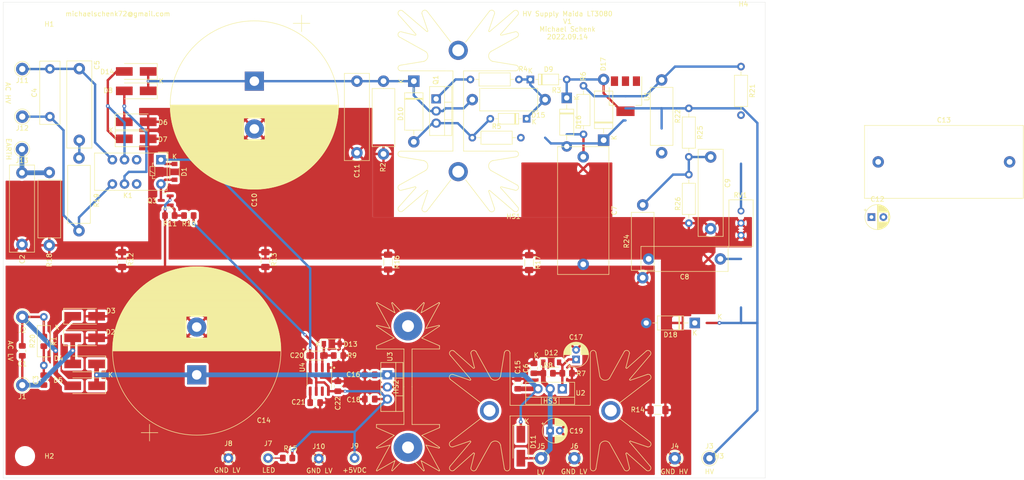
<source format=kicad_pcb>
(kicad_pcb (version 20211014) (generator pcbnew)
  (layers (0 "F.Cu" signal) (31 "B.Cu" signal) (34 "B.Paste" user) (35 "F.Paste" user) (36 "B.SilkS" user "B.Silkscreen") (37 "F.SilkS" user "F.Silkscreen") (38 "B.Mask" user) (39 "F.Mask" user) (44 "Edge.Cuts" user))
  (net 0 "")
  (net 1 "Net-(C1-Pad2)")
  (net 2 "GND_HV")
  (net 3 "Net-(C2-Pad1)")
  (net 4 "Net-(C3-Pad2)")
  (net 5 "Net-(R5-Pad2)")
  (net 6 "GND_LV")
  (net 7 "Net-(C4-Pad1)")
  (net 8 "Net-(C14-Pad1)")
  (net 9 "Net-(C17-Pad1)")
  (net 10 "Net-(C19-Pad1)")
  (net 11 "Net-(C20-Pad2)")
  (net 12 "Net-(D14-Pad2)")
  (net 13 "Net-(Q3-Pad1)")
  (net 14 "Net-(R10-Pad2)")
  (net 15 "Net-(J7-Pad1)")
  (net 16 "Net-(C21-Pad1)")
  (net 18 "Net-(C1-Pad1)")
  (net 19 "Net-(C4-Pad2)")
  (net 20 "Net-(C5-Pad1)")
  (net 21 "+5VDC")
  (net 22 "RELCTRL")
  (net 23 "Net-(D6-Pad1)")
  (net 25 "Net-(C9-Pad2)")
  (net 26 "Net-(D15-Pad1)")
  (net 27 "Net-(D10-Pad2)")
  (net 29 "Net-(Q1-Pad1)")
  (net 30 "Net-(C12-Pad2)")
  (net 31 "Net-(D10-Pad1)")
  (net 32 "Net-(C12-Pad1)")
  (net 33 "Net-(D18-Pad1)")
  (footprint "Capacitor_THT:CP_Radial_D35.0mm_P10.00mm_SnapIn" (layer "F.Cu") (at 102.87 69.342 -90)
    (fp_text reference "C10")
    (fp_text value "680uF/450VDC")
  )
  (footprint "Capacitor_THT:C_Rect_L18.0mm_W5.0mm_P15.00mm_FKS3_FKP3" (layer "F.Cu") (at 124.333 69.342 -90)
    (fp_text reference "C11")
    (fp_text value "100nF/630V")
  )
  (footprint "MountingHole:MountingHole_3.2mm_M3" (layer "F.Cu") (at 54.864 57.404)
    (fp_text reference "H1")
    (fp_text value "MountingHole")
  )
  (footprint "MountingHole:MountingHole_3.2mm_M3" (layer "F.Cu") (at 54.864 147.828)
    (fp_text reference "H2")
    (fp_text value "MountingHole")
  )
  (footprint "MountingHole:MountingHole_3.2mm_M3" (layer "F.Cu") (at 205.232 147.828)
    (fp_text reference "H3")
    (fp_text value "MountingHole")
  )
  (footprint "Connector_Pin:Pin_D1.3mm_L11.0mm" (layer "F.Cu") (at 198.12 148.2725)
    (fp_text reference "J3")
    (fp_text value "HV")
  )
  (footprint "Capacitor_THT:CP_Radial_D5.0mm_P2.00mm" (layer "F.Cu") (at 164.7825 142.494)
    (fp_text reference "C19")
    (fp_text value "1uF/25V")
  )
  (footprint "Capacitor_Tantalum_SMD:CP_EIA-3216-12_Kemet-S_Pad1.58x1.35mm_HandSolder" (layer "F.Cu") (at 115.9867 126.7714)
    (fp_text reference "C20")
    (fp_text value "15uF/10V")
  )
  (footprint "Diode_SMD:D_SOD-123" (layer "F.Cu") (at 119.0752 124.3076)
    (fp_text reference "D13")
    (fp_text value "1N4148W")
  )
  (footprint "Heatsink:Heatsink_Fischer_SK129-STS_42x25mm_2xDrill2.5mm" (layer "F.Cu") (at 164.7825 138.303)
    (fp_text reference "HS3")
    (fp_text value "Heatsink")
  )
  (footprint "Connector_Pin:Pin_D1.3mm_L11.0mm" (layer "F.Cu") (at 162.8775 148.2725)
    (fp_text reference "J5")
    (fp_text value "LV")
  )
  (footprint "Connector_Pin:Pin_D1.3mm_L11.0mm" (layer "F.Cu") (at 169.8498 148.2725)
    (fp_text reference "J6")
    (fp_text value "GND_LV")
  )
  (footprint "Package_TO_SOT_SMD:SOT-23" (layer "F.Cu") (at 84.312 94.2975 180)
    (fp_text reference "Q3")
    (fp_text value "MMBT3904")
  )
  (footprint "Resistor_SMD:R_0805_2012Metric_Pad1.20x1.40mm_HandSolder" (layer "F.Cu") (at 120.4816 126.7714)
    (fp_text reference "R9")
    (fp_text value "1Meg")
  )
  (footprint "Resistor_SMD:R_0805_2012Metric_Pad1.20x1.40mm_HandSolder" (layer "F.Cu") (at 89.154 97.4725)
    (fp_text reference "R10")
    (fp_text value "2.49k")
  )
  (footprint "Resistor_SMD:R_0805_2012Metric_Pad1.20x1.40mm_HandSolder" (layer "F.Cu") (at 85.1695 97.4725 180)
    (fp_text reference "R11")
    (fp_text value "2.49k")
  )
  (footprint "Resistor_SMD:R_1206_3216Metric_Pad1.30x1.75mm_HandSolder" (layer "F.Cu") (at 75.184 106.68 -90)
    (fp_text reference "R12")
    (fp_text value "0R")
  )
  (footprint "Resistor_SMD:R_1206_3216Metric_Pad1.30x1.75mm_HandSolder" (layer "F.Cu") (at 105.1814 106.6794 -90)
    (fp_text reference "R13")
    (fp_text value "0R")
  )
  (footprint "Resistor_SMD:R_1206_3216Metric_Pad1.30x1.75mm_HandSolder" (layer "F.Cu") (at 187.351 138.176 180)
    (fp_text reference "R14")
    (fp_text value "0R")
  )
  (footprint "Package_TO_SOT_THT:TO-220-3_Vertical" (layer "F.Cu") (at 130.7084 130.81 -90)
    (fp_text reference "U3")
    (fp_text value "LM7805_TO220")
  )
  (footprint "Package_SO:SOIC-8_3.9x4.9mm_P1.27mm" (layer "F.Cu") (at 116.459 131.764 -90)
    (fp_text reference "U4")
    (fp_text value "TLC555xD")
  )
  (footprint "Resistor_SMD:R_1206_3216Metric_Pad1.30x1.75mm_HandSolder" (layer "F.Cu") (at 130.8735 107.214 -90)
    (fp_text reference "R16")
    (fp_text value "0R")
  )
  (footprint "Resistor_SMD:R_1206_3216Metric_Pad1.30x1.75mm_HandSolder" (layer "F.Cu") (at 160.3756 107.3156 -90)
    (fp_text reference "R17")
    (fp_text value "0R")
  )
  (footprint "Connector_Pin:Pin_D1.3mm_L11.0mm" (layer "F.Cu") (at 190.881 148.2725)
    (fp_text reference "J4")
    (fp_text value "GND_HV")
  )
  (footprint "Connector_Pin:Pin_D1.0mm_L10.0mm" (layer "F.Cu") (at 105.7402 148.2344)
    (fp_text reference "J7")
    (fp_text value "LED")
  )
  (footprint "Connector_Pin:Pin_D1.0mm_L10.0mm" (layer "F.Cu") (at 97.4344 148.2344)
    (fp_text reference "J8")
    (fp_text value "GND_LV")
  )
  (footprint "Connector_Pin:Pin_D1.0mm_L10.0mm" (layer "F.Cu") (at 123.8504 148.2344)
    (fp_text reference "J9")
    (fp_text value "+5V")
  )
  (footprint "Connector_Pin:Pin_D1.0mm_L10.0mm" (layer "F.Cu") (at 116.3574 148.336)
    (fp_text reference "J10")
    (fp_text value "GND_LV")
  )
  (footprint "Resistor_SMD:R_0805_2012Metric_Pad1.20x1.40mm_HandSolder" (layer "F.Cu") (at 109.8202 148.2344)
    (fp_text reference "R15")
    (fp_text value "330R")
  )
  (footprint "Capacitor_SMD:C_0805_2012Metric_Pad1.18x1.45mm_HandSolder" (layer "F.Cu") (at 127.0293 130.81 180)
    (fp_text reference "C16")
    (fp_text value "330nF/50V")
  )
  (footprint "Capacitor_SMD:C_0805_2012Metric_Pad1.18x1.45mm_HandSolder" (layer "F.Cu") (at 127.0293 135.89 180)
    (fp_text reference "C18")
    (fp_text value "100nF/50V")
  )
  (footprint "Capacitor_SMD:C_0805_2012Metric_Pad1.18x1.45mm_HandSolder" (layer "F.Cu") (at 115.5915 136.6266)
    (fp_text reference "C21")
    (fp_text value "100nF/50V")
  )
  (footprint "Capacitor_SMD:C_0805_2012Metric_Pad1.18x1.45mm_HandSolder" (layer "F.Cu") (at 120.3452 133.2015 90)
    (fp_text reference "C22")
    (fp_text value "100nF/50V")
  )
  (footprint "MountingHole:MountingHole_3.2mm_M3" (layer "F.Cu") (at 205.232 57.404)
    (fp_text reference "H4")
    (fp_text value "MountingHole")
  )
  (footprint "Capacitor_THT:CP_Radial_D5.0mm_P2.00mm" (layer "F.Cu") (at 170.2054 127.5842 90)
    (fp_text reference "C17")
    (fp_text value "10uF/25V")
  )
  (footprint "Diode_SMD:D_SOD-123" (layer "F.Cu") (at 164.9974 128.1938)
    (fp_text reference "D12")
    (fp_text value "1N4148W")
  )
  (footprint "Diode_SMD:D_SMA_Handsoldering" (layer "F.Cu") (at 158.6484 145.7598 -90)
    (fp_text reference "D11")
    (fp_text value "1N4007")
  )
  (footprint "Package_TO_SOT_THT:TO-220-3_Vertical" (layer "F.Cu") (at 167.3225 133.731 180)
    (fp_text reference "U2")
    (fp_text value "LM317_TO-220")
  )
  (footprint "Resistor_SMD:R_0805_2012Metric_Pad1.20x1.40mm_HandSolder" (layer "F.Cu") (at 164.354 130.4798)
    (fp_text reference "R8")
    (fp_text value "240R")
  )
  (footprint "Resistor_SMD:R_0805_2012Metric_Pad1.20x1.40mm_HandSolder" (layer "F.Cu") (at 168.3352 130.4798)
    (fp_text reference "R7")
    (fp_text value "976R")
  )
  (footprint "Capacitor_SMD:C_0805_2012Metric_Pad1.18x1.45mm_HandSolder" (layer "F.Cu") (at 158.0134 132.6935 90)
    (fp_text reference "C15")
    (fp_text value "100nF/50V")
  )
  (footprint "Package_TO_SOT_THT:TO-220-3_Vertical" (layer "F.Cu") (at 140.9192 73.0504 -90)
    (fp_text reference "Q1")
    (fp_text value "FQPF2N70")
  )
  (footprint "Capacitor_THT:CP_Radial_D35.0mm_P10.00mm_SnapIn" (layer "F.Cu") (at 90.805 130.81 90)
    (fp_text reference "C14")
    (fp_text value "22000uF/25VDC")
  )
  (footprint "Capacitor_SMD:C_0805_2012Metric_Pad1.18x1.45mm_HandSolder" (layer "F.Cu") (at 54.2925 125.7935 90)
    (fp_text reference "C1")
    (fp_text value "Cx/10nF/50V")
  )
  (footprint "Capacitor_THT:C_Rect_L18.0mm_W5.0mm_P15.00mm_FKS3_FKP3" (layer "F.Cu") (at 54.229 88.519 -90)
    (fp_text reference "C2")
    (fp_text value "2.2nF 2kV")
  )
  (footprint "Capacitor_SMD:C_0805_2012Metric_Pad1.18x1.45mm_HandSolder" (layer "F.Cu") (at 58.801 131.911 90)
    (fp_text reference "C3")
    (fp_text value "Cs/50V")
  )
  (footprint "Capacitor_THT:C_Rect_L13.0mm_W4.0mm_P10.00mm_FKS3_FKP3_MKS4" (layer "F.Cu") (at 60.071 76.7715 90)
    (fp_text reference "C4")
    (fp_text value "Cx/10nF/630V")
  )
  (footprint "Capacitor_THT:C_Rect_L18.0mm_W5.0mm_P15.00mm_FKS3_FKP3" (layer "F.Cu") (at 66.2305 81.7245 90)
    (fp_text reference "C5")
    (fp_text value "Cs/630V")
  )
  (footprint "Capacitor_SMD:C_0805_2012Metric_Pad1.18x1.45mm_HandSolder" (layer "F.Cu") (at 161.3916 129.4423 90)
    (fp_text reference "C6")
    (fp_text value "100nF/50V")
  )
  (footprint "Diode_SMD:D_SOD-123" (layer "F.Cu") (at 86.1695 88.3275 -90)
    (fp_text reference "D1")
    (fp_text value "1N4148W")
  )
  (footprint "Diode_SMD:D_SMA_Handsoldering" (layer "F.Cu") (at 67.35 123.063)
    (fp_text reference "D2")
    (fp_text value "BYG22B-E3")
  )
  (footprint "Diode_SMD:D_SMA_Handsoldering" (layer "F.Cu") (at 67.35 118.5545)
    (fp_text reference "D3")
    (fp_text value "BYG22B-E3")
  )
  (footprint "Diode_SMD:D_SMA_Handsoldering" (layer "F.Cu") (at 67.35 128.524 180)
    (fp_text reference "D4")
    (fp_text value "BYG22B-E3")
  )
  (footprint "Diode_SMD:D_SMA_Handsoldering" (layer "F.Cu") (at 67.35 133.096 180)
    (fp_text reference "D5")
    (fp_text value "BYG22B-E3")
  )
  (footprint "Diode_SMD:D_SMA_Handsoldering" (layer "F.Cu") (at 78.145 77.851)
    (fp_text reference "D6")
    (fp_text value "BYG20J")
  )
  (footprint "Diode_SMD:D_SMA_Handsoldering" (layer "F.Cu") (at 78.145 81.407)
    (fp_text reference "D7")
    (fp_text value "BYG20J")
  )
  (footprint "Diode_SMD:D_SMA_Handsoldering" (layer "F.Cu") (at 78.145 71.374 180)
    (fp_text reference "D8")
    (fp_text value "BYG20J")
  )
  (footprint "Diode_SMD:D_SMA_Handsoldering" (layer "F.Cu") (at 78.145 67.31 180)
    (fp_text reference "D14")
    (fp_text value "BYG20J")
  )
  (footprint "Heatsink:Heatsink_Fischer_SK129-STS_42x25mm_2xDrill2.5mm" (layer "F.Cu") (at 145.542 75.5904 -90)
    (fp_text reference "HS1")
    (fp_text value "Heatsink")
  )
  (footprint "Connector_Pin:Pin_D1.3mm_L11.0mm" (layer "F.Cu") (at 54.2925 132.969)
    (fp_text reference "J1")
    (fp_text value "AC-LV")
  )
  (footprint "Connector_Pin:Pin_D1.3mm_L11.0mm" (layer "F.Cu") (at 54.2925 118.6815)
    (fp_text reference "J2")
    (fp_text value "AC-LV")
  )
  (footprint "Connector_Pin:Pin_D1.3mm_L11.0mm" (layer "F.Cu") (at 54.2925 66.802)
    (fp_text reference "J11")
    (fp_text value "AC-HV")
  )
  (footprint "Connector_Pin:Pin_D1.3mm_L11.0mm" (layer "F.Cu") (at 54.2925 76.7715)
    (fp_text reference "J12")
    (fp_text value "AC-HV")
  )
  (footprint "Connector_Pin:Pin_D1.3mm_L11.0mm" (layer "F.Cu") (at 54.229 83.566)
    (fp_text reference "J13")
    (fp_text value "EARTH")
  )
  (footprint "Relay_THT:Relay_DPDT_Omron_G6S-2" (layer "F.Cu") (at 83.312 85.7885 -90)
    (fp_text reference "K1")
    (fp_text value "G6S-2 DC5")
  )
  (footprint "Resistor_SMD:R_0805_2012Metric_Pad1.20x1.40mm_HandSolder" (layer "F.Cu") (at 58.801 123.809 90)
    (fp_text reference "R1")
    (fp_text value "Rs/1/8W")
  )
  (footprint "Resistor_THT:R_Axial_DIN0414_L11.9mm_D4.5mm_P15.24mm_Horizontal" (layer "F.Cu") (at 59.944 88.4555 -90)
    (fp_text reference "R18")
    (fp_text value "100R/2W")
  )
  (footprint "Resistor_THT:R_Axial_DIN0414_L11.9mm_D4.5mm_P15.24mm_Horizontal" (layer "F.Cu") (at 66.167 85.4075 -90)
    (fp_text reference "R19")
    (fp_text value "Rs/2W")
  )
  (footprint "Resistor_THT:R_Axial_DIN0207_L6.3mm_D2.5mm_P10.16mm_Horizontal" (layer "F.Cu") (at 58.801 128.8415 90)
    (fp_text reference "R20")
    (fp_text value "Rs/0.6W")
  )
  (footprint "Resistor_THT:R_Axial_DIN0207_L6.3mm_D2.5mm_P10.16mm_Horizontal" (layer "F.Cu") (at 204.724 66.294 -90)
    (fp_text reference "R21")
    (fp_text value "1k/0.6W")
  )
  (footprint "Resistor_THT:R_Axial_DIN0414_L11.9mm_D4.5mm_P15.24mm_Horizontal" (layer "F.Cu") (at 188.1124 69.088 -90)
    (fp_text reference "R22")
    (fp_text value "100k/2W")
  )
  (footprint "Package_TO_SOT_SMD:SOT-223" (layer "F.Cu") (at 180.5432 72.4916 -90)
    (fp_text reference "U1")
    (fp_text value "LT3080xST")
  )
  (footprint "Heatsink:Heatsink_Fischer_SK104-STC-STIC_35x13mm_2xDrill2.5mm" (layer "F.Cu") (at 135.0264 133.2992 90)
    (fp_text reference "HS2")
    (fp_text value "Heatsink")
  )
  (footprint "Diode_THT:D_DO-41_SOD81_P10.16mm_Horizontal" (layer "F.Cu") (at 195.0485 119.9515 180)
    (fp_text reference "D18")
    (fp_text value "1N4007")
  )
  (footprint "Resistor_THT:R_Axial_DIN0414_L11.9mm_D4.5mm_P15.24mm_Horizontal" (layer "F.Cu") (at 129.8956 69.342 -90)
    (fp_text reference "R2")
    (fp_text value "200k/2W")
  )
  (footprint "Capacitor_THT:CP_Radial_D5.0mm_P2.50mm" (layer "F.Cu") (at 232.029 97.79)
    (fp_text reference "C12")
    (fp_text value "2.2uF")
  )
  (footprint "Capacitor_THT:C_Rect_L18.0mm_W5.0mm_P15.00mm_FKS3_FKP3" (layer "F.Cu") (at 198.374 100.217 90)
    (fp_text reference "C9")
    (fp_text value "100nF/630V")
  )
  (footprint "Diode_THT:D_DO-41_SOD81_P10.16mm_Horizontal" (layer "F.Cu") (at 168.2496 72.8472 -90)
    (fp_text reference "D16")
    (fp_text value "1N4007")
  )
  (footprint "Capacitor_THT:C_Rect_L33.0mm_W15.0mm_P27.50mm_MKS4" (layer "F.Cu") (at 233.439225 86.24)
    (fp_text reference "C13")
    (fp_text value "2.2uF/630V")
  )
  (footprint "Resistor_THT:R_Axial_DIN0414_L11.9mm_D4.5mm_P15.24mm_Horizontal" (layer "F.Cu") (at 148.4884 73.2028)
    (fp_text reference "R3")
    (fp_text value "100k/2W")
  )
  (footprint "Resistor_THT:R_Axial_DIN0207_L6.3mm_D2.5mm_P10.16mm_Horizontal" (layer "F.Cu") (at 148.4884 81.1784)
    (fp_text reference "R5")
    (fp_text value "20R/0.6W")
  )
  (footprint "Potentiometer_THT:Potentiometer_Bourns_3296W_Vertical" (layer "F.Cu") (at 204.724 96.52 90)
    (fp_text reference "RV1")
    (fp_text value "500k")
  )
  (footprint "Resistor_THT:R_Axial_DIN0207_L6.3mm_D2.5mm_P10.16mm_Horizontal" (layer "F.Cu") (at 148.082 68.9864)
    (fp_text reference "R4")
    (fp_text value "1k/0.6W")
  )
  (footprint "Capacitor_THT:C_Rect_L18.0mm_W5.0mm_P15.00mm_FKS3_FKP3" (layer "F.Cu") (at 200.406 106.553 180)
    (fp_text reference "C8")
    (fp_text value "100nF/630V")
  )
  (footprint "Diode_THT:D_DO-35_SOD27_P7.62mm_Horizontal" (layer "F.Cu") (at 159.8676 77.216 180)
    (fp_text reference "D15")
    (fp_text value "1N5235BTR/0.5W")
  )
  (footprint "Diode_THT:D_DO-15_P12.70mm_Horizontal" (layer "F.Cu") (at 175.9712 81.6864 90)
    (fp_text reference "D17")
    (fp_text value "P6KE39A")
  )
  (footprint "Diode_THT:D_DO-35_SOD27_P7.62mm_Horizontal" (layer "F.Cu") (at 160.6296 68.9864)
    (fp_text reference "D9")
    (fp_text value "1N5235BTR/6.8V/0.5W")
  )
  (footprint "Resistor_THT:R_Axial_DIN0207_L6.3mm_D2.5mm_P10.16mm_Horizontal" (layer "F.Cu") (at 193.802 88.9 -90)
    (fp_text reference "R26")
    (fp_text value "100k/0.6W")
  )
  (footprint "Diode_THT:D_DO-15_P12.70mm_Horizontal" (layer "F.Cu") (at 136.2456 69.342 -90)
    (fp_text reference "D10")
    (fp_text value "P6KE530A")
  )
  (footprint "Resistor_THT:R_Axial_DIN0207_L6.3mm_D2.5mm_P10.16mm_Horizontal" (layer "F.Cu") (at 171.7548 80.4672 90)
    (fp_text reference "R6")
    (fp_text value "100k/0.6W")
  )
  (footprint "Capacitor_THT:C_Rect_L26.5mm_W10.5mm_P22.50mm_MKS4" (layer "F.Cu") (at 171.704 85.177621 -90)
    (fp_text reference "C7")
    (fp_text value "1uF/630V")
  )
  (footprint "Resistor_THT:R_Axial_DIN0414_L11.9mm_D4.5mm_P15.24mm_Horizontal" (layer "F.Cu") (at 184.15 110.49 90)
    (fp_text reference "R24")
    (fp_text value "100R/2W")
  )
  (footprint "Resistor_THT:R_Axial_DIN0207_L6.3mm_D2.5mm_P10.16mm_Horizontal" (layer "F.Cu") (at 193.802 75.0316 -90)
    (fp_text reference "R25")
    (fp_text value "300k/0.6W")
  )
  (gr_line (start 50.292 52.832) (end 50.292 152.4) (layer "Edge.Cuts") (width 0.05))
  (gr_line (start 209.804 52.832) (end 50.292 52.832) (layer "Edge.Cuts") (width 0.05))
  (gr_line (start 50.292 152.4) (end 209.804 152.4) (layer "Edge.Cuts") (width 0.05))
  (gr_line (start 209.804 152.4) (end 209.804 52.832) (layer "Edge.Cuts") (width 0.05))
  (gr_text "HV" (at 198.12 151.0665) (layer "F.SilkS") (effects (font (size 1 1))))
  (gr_text "LV" (at 162.814 151.1935) (layer "F.SilkS") (effects (font (size 1 1))))
  (gr_text "GND LV" (at 116.4844 150.876) (layer "F.SilkS") (effects (font (size 1 1))))
  (gr_text "GND LV" (at 97.1804 150.7744) (layer "F.SilkS") (effects (font (size 1 1))))
  (gr_text "+5VDC" (at 123.8504 150.7744) (layer "F.SilkS") (effects (font (size 1 1))))
  (gr_text "LED" (at 105.8672 150.7744) (layer "F.SilkS") (effects (font (size 1 1))))
  (gr_text "AC LV" (at 51.816 125.7935 270) (layer "F.SilkS") (effects (font (size 1 1))))
  (gr_text "AC HV" (at 51.308 71.8185 270) (layer "F.SilkS") (effects (font (size 1 1))))
  (gr_text "EARTH" (at 51.435 83.566 -90) (layer "F.SilkS") (effects (font (size 1 1))))
  (gr_text "GND HV" (at 190.754 151.0665) (layer "F.SilkS") (effects (font (size 1 1))))
  (gr_text "K" (at 72.898 79.629) (layer "F.SilkS") (effects (font (size 1 1))))
  (gr_text "K" (at 61.595 120.904) (layer "F.SilkS") (effects (font (size 1 1))))
  (gr_text "K" (at 72.771 130.81) (layer "F.SilkS") (effects (font (size 1 1))))
  (gr_text "K" (at 116.1415 124.333) (layer "F.SilkS") (effects (font (size 1 1))))
  (gr_text "K" (at 159.893 140.5255) (layer "F.SilkS") (effects (font (size 1 1))))
  (gr_text "K" (at 161.8615 126.6825) (layer "F.SilkS") (effects (font (size 1 1))))
  (gr_text "K" (at 200.279 118.6815) (layer "F.SilkS") (effects (font (size 1 1))))
  (gr_text "GND LV" (at 169.799 151.0665) (layer "F.SilkS") (effects (font (size 1 1))))
  (gr_text "K" (at 86.1695 85.1535) (layer "F.SilkS") (effects (font (size 1 1))))
  (gr_text "°" (at 113.157 125.857) (layer "F.SilkS") (effects (font (size 1 1))))
  (gr_text "K" (at 83.3755 69.342) (layer "F.SilkS") (effects (font (size 1 1))))
  (gr_text "°" (at 119.5705 129.7305) (layer "F.SilkS") (effects (font (size 1 1))))
  (gr_text "HV Supply Maida LT3080\nV1\nMichael Schenk\n2022.09.14\n" (at 168.402 57.658) (layer "F.SilkS") (effects (font (size 1 1))))
  (gr_text "michaelschenk72@gmail.com" (at 74.295 55.245) (layer "F.SilkS") (effects (font (size 1 1))))
  (segment (start 61.2775 125.73) (end 61.2775 122.127) (width 1) (layer "F.Cu") (net 1))
  (segment (start 58.801 118.6815) (end 54.2925 118.6815) (width 0.5) (layer "F.Cu") (net 1))
  (segment (start 61.2775 130.4925) (end 61.2775 125.73) (width 1) (layer "F.Cu") (net 1))
  (segment (start 64.85 133.096) (end 63.881 133.096) (width 1) (layer "F.Cu") (net 1))
  (segment (start 63.881 133.096) (end 61.2775 130.4925) (width 1) (layer "F.Cu") (net 1))
  (segment (start 61.2775 122.127) (end 64.85 118.5545) (width 1) (layer "F.Cu") (net 1))
  (segment (start 54.2925 124.756) (end 54.2925 118.6815) (width 0.5) (layer "F.Cu") (net 1))
  (segment (start 58.801 122.809) (end 58.801 118.6815) (width 0.5) (layer "F.Cu") (net 1))
  (via (at 61.2775 125.73) (size 1) (drill 0.5) (layers "F.Cu" "B.Cu") (net 1))
  (segment (start 54.2925 118.6815) (end 54.2925 118.745) (width 1) (layer "B.Cu") (net 1))
  (segment (start 54.2925 118.745) (end 61.2775 125.73) (width 1) (layer "B.Cu") (net 1))
  (segment (start 59.8805 88.519) (end 59.944 88.4555) (width 1) (layer "B.Cu") (net 3))
  (segment (start 54.229 88.519) (end 59.8805 88.519) (width 1) (layer "B.Cu") (net 3))
  (segment (start 54.229 83.566) (end 54.229 88.519) (width 1) (layer "B.Cu") (net 3))
  (segment (start 58.801 128.8415) (end 58.801 124.809) (width 0.5) (layer "F.Cu") (net 4))
  (segment (start 58.801 130.8735) (end 58.801 128.8415) (width 0.5) (layer "F.Cu") (net 4))
  (segment (start 175.9712 81.6864) (end 180.086 77.5716) (width 0.5) (layer "B.Cu") (net 5))
  (segment (start 180.086 77.5716) (end 180.5432 77.5716) (width 0.5) (layer "B.Cu") (net 5))
  (segment (start 164.9284 82.3784) (end 175.2792 82.3784) (width 0.5) (layer "B.Cu") (net 5))
  (segment (start 163.7284 81.1784) (end 164.9284 82.3784) (width 0.5) (layer "B.Cu") (net 5))
  (segment (start 175.2792 82.3784) (end 175.9712 81.6864) (width 0.5) (layer "B.Cu") (net 5))
  (segment (start 84.1695 96.1705) (end 84.201 96.139) (width 0.5) (layer "F.Cu") (net 6))
  (segment (start 84.1695 97.4725) (end 84.1695 110.395) (width 0.5) (layer "F.Cu") (net 6))
  (segment (start 85.217 94.234) (end 85.217 93.38) (width 0.5) (layer "F.Cu") (net 6))
  (segment (start 84.1695 110.522) (end 84.1695 110.395) (width 0.25) (layer "F.Cu") (net 6))
  (segment (start 84.1695 97.4725) (end 84.1695 96.1705) (width 0.5) (layer "F.Cu") (net 6))
  (segment (start 85.217 93.38) (end 85.2495 93.3475) (width 0.5) (layer "F.Cu") (net 6))
  (segment (start 84.411999 97.230001) (end 84.1695 97.4725) (width 0.5) (layer "F.Cu") (net 6))
  (via (at 84.201 96.139) (size 0.6) (drill 0.3) (layers "F.Cu" "B.Cu") (net 6))
  (via (at 85.217 94.234) (size 0.6) (drill 0.3) (layers "F.Cu" "B.Cu") (net 6))
  (segment (start 84.201 96.139) (end 84.201 95.25) (width 0.5) (layer "B.Cu") (net 6))
  (segment (start 84.201 95.25) (end 85.217 94.234) (width 0.5) (layer "B.Cu") (net 6))
  (segment (start 62.9285 79.629) (end 62.9285 97.409) (width 0.5) (layer "B.Cu") (net 7))
  (segment (start 62.9285 97.409) (end 66.167 100.6475) (width 0.5) (layer "B.Cu") (net 7))
  (segment (start 66.167 97.8535) (end 73.152 90.8685) (width 0.5) (layer "B.Cu") (net 7))
  (segment (start 54.2925 76.7715) (end 60.071 76.7715) (width 0.5) (layer "B.Cu") (net 7))
  (segment (start 60.071 76.7715) (end 62.9285 79.629) (width 0.5) (layer "B.Cu") (net 7))
  (segment (start 66.167 100.6475) (end 66.167 97.8535) (width 0.5) (layer "B.Cu") (net 7))
  (segment (start 158.6484 143.2598) (end 158.6484 140.6398) (width 0.5) (layer "F.Cu") (net 8))
  (segment (start 69.85 133.096) (end 69.85 130.81) (width 1) (layer "F.Cu") (net 8))
  (segment (start 162.2425 133.731) (end 158.0134 133.731) (width 1) (layer "F.Cu") (net 8))
  (segment (start 158.6484 140.6398) (end 158.623 140.6144) (width 0.5) (layer "F.Cu") (net 8))
  (segment (start 130.7084 130.81) (end 128.0668 130.81) (width 0.5) (layer "F.Cu") (net 8))
  (segment (start 69.85 130.81) (end 69.85 128.524) (width 1) (layer "F.Cu") (net 8))
  (via (at 69.85 130.81) (size 1) (drill 0.5) (layers "F.Cu" "B.Cu") (net 8))
  (via (at 158.623 140.6144) (size 0.8) (drill 0.4) (layers "F.Cu" "B.Cu") (net 8))
  (segment (start 130.7084 130.81) (end 90.805 130.81) (width 1) (layer "B.Cu") (net 8))
  (segment (start 130.7084 130.81) (end 159.3215 130.81) (width 1) (layer "B.Cu") (net 8))
  (segment (start 158.623 140.6144) (end 158.623 137.3505) (width 0.5) (layer "B.Cu") (net 8))
  (segment (start 158.623 137.3505) (end 162.2425 133.731) (width 0.5) (layer "B.Cu") (net 8))
  (segment (start 90.805 130.81) (end 69.85 130.81) (width 1) (layer "B.Cu") (net 8))
  (segment (start 159.3215 130.81) (end 162.2425 133.731) (width 1) (layer "B.Cu") (net 8))
  (segment (start 167.3352 130.4798) (end 165.354 130.4798) (width 0.5) (layer "F.Cu") (net 9))
  (segment (start 167.3352 130.4798) (end 167.3352 128.8816) (width 0.5) (layer "F.Cu") (net 9))
  (segment (start 170.2054 127.5842) (end 168.6326 127.5842) (width 0.5) (layer "F.Cu") (net 9))
  (segment (start 167.3225 130.4925) (end 167.3352 130.4798) (width 0.5) (layer "F.Cu") (net 9))
  (segment (start 167.3352 128.8816) (end 166.6474 128.1938) (width 0.5) (layer "F.Cu") (net 9))
  (segment (start 168.6326 127.5842) (end 167.3352 128.8816) (width 0.5) (layer "F.Cu") (net 9))
  (segment (start 167.3225 133.731) (end 167.3225 130.4925) (width 0.5) (layer "F.Cu") (net 9))
  (segment (start 163.354 128.2004) (end 163.3474 128.1938) (width 0.25) (layer "F.Cu") (net 10))
  (segment (start 162.8775 148.2725) (end 158.6611 148.2725) (width 0.5) (layer "F.Cu") (net 10))
  (segment (start 163.354 130.4798) (end 163.354 132.3025) (width 1) (layer "F.Cu") (net 10))
  (segment (start 163.354 130.4798) (end 163.354 128.2004) (width 0.5) (layer "F.Cu") (net 10))
  (segment (start 163.354 130.4798) (end 161.3916 130.4798) (width 1) (layer "F.Cu") (net 10))
  (segment (start 158.6611 148.2725) (end 158.6484 148.2598) (width 0.5) (layer "F.Cu") (net 10))
  (segment (start 163.354 132.3025) (end 164.7825 133.731) (width 1) (layer "F.Cu") (net 10))
  (segment (start 164.7825 146.3675) (end 162.8775 148.2725) (width 1) (layer "B.Cu") (net 10))
  (segment (start 164.7825 142.494) (end 164.7825 146.3675) (width 1) (layer "B.Cu") (net 10))
  (segment (start 164.7825 133.731) (end 164.7825 142.494) (width 1) (layer "B.Cu") (net 10))
  (segment (start 117.094 127.1016) (end 117.4242 126.7714) (width 0.5) (layer "F.Cu") (net 11))
  (segment (start 117.094 129.289) (end 117.094 127.1016) (width 0.5) (layer "F.Cu") (net 11))
  (segment (start 117.4242 124.3086) (end 117.4252 124.3076) (width 0.5) (layer "F.Cu") (net 11))
  (segment (start 119.4816 126.7714) (end 117.4242 126.7714) (width 0.5) (layer "F.Cu") (net 11))
  (segment (start 117.4242 126.7714) (end 117.4242 124.3086) (width 0.5) (layer "F.Cu") (net 11))
  (segment (start 74.041 67.31) (end 75.645 67.31) (width 0.5) (layer "F.Cu") (net 12))
  (segment (start 73.914 81.407) (end 72.1995 79.6925) (width 0.5) (layer "F.Cu") (net 12))
  (segment (start 72.1995 74.549) (end 72.1995 69.1515) (width 0.5) (layer "F.Cu") (net 12))
  (segment (start 75.645 81.407) (end 73.914 81.407) (width 0.5) (layer "F.Cu") (net 12))
  (segment (start 72.1995 79.6925) (end 72.1995 74.549) (width 0.5) (layer "F.Cu") (net 12))
  (segment (start 72.1995 69.1515) (end 74.041 67.31) (width 0.5) (layer "F.Cu") (net 12))
  (via (at 72.1995 74.549) (size 0.8) (drill 0.4) (layers "F.Cu" "B.Cu") (net 12))
  (segment (start 75.692 78.0415) (end 72.1995 74.549) (width 0.5) (layer "B.Cu") (net 12))
  (segment (start 75.692 85.7885) (end 75.692 78.0415) (width 0.5) (layer "B.Cu") (net 12))
  (segment (start 86.1695 96.1675) (end 85.2495 95.2475) (width 0.5) (layer "F.Cu") (net 13))
  (segment (start 88.154 97.4725) (end 86.1695 97.4725) (width 0.5) (layer "F.Cu") (net 13))
  (segment (start 86.1695 97.4725) (end 86.1695 96.1675) (width 0.5) (layer "F.Cu") (net 13))
  (segment (start 113.4745 122.428) (end 115.824 124.7775) (width 0.5) (layer "F.Cu") (net 14))
  (segment (start 90.154 97.4725) (end 90.154 99.1075) (width 0.5) (layer "F.Cu") (net 14))
  (segment (start 115.824 124.7775) (end 115.824 129.289) (width 0.5) (layer "F.Cu") (net 14))
  (segment (start 90.154 99.1075) (end 90.17 99.1235) (width 0.5) (layer "F.Cu") (net 14))
  (via (at 90.17 99.1235) (size 0.6) (drill 0.3) (layers "F.Cu" "B.Cu") (net 14))
  (via (at 113.4745 122.428) (size 0.6) (drill 0.3) (layers "F.Cu" "B.Cu") (net 14))
  (segment (start 90.17 99.1235) (end 113.4745 122.428) (width 0.5) (layer "B.Cu") (net 14))
  (segment (start 108.8202 148.2344) (end 105.7402 148.2344) (width 0.25) (layer "F.Cu") (net 15))
  (segment (start 114.554 136.6266) (end 114.554 134.239) (width 0.5) (layer "F.Cu") (net 16))
  (segment (start 64.85 123.063) (end 64.85 125.7465) (width 1) (layer "F.Cu") (net 18))
  (segment (start 54.2925 126.831) (end 54.2925 132.969) (width 0.5) (layer "F.Cu") (net 18))
  (segment (start 64.85 125.7465) (end 64.85 128.524) (width 1) (layer "F.Cu") (net 18))
  (segment (start 54.2925 132.969) (end 58.7805 132.969) (width 0.5) (layer "F.Cu") (net 18))
  (segment (start 58.7805 132.969) (end 58.801 132.9485) (width 0.5) (layer "F.Cu") (net 18))
  (via (at 64.85 125.7465) (size 1) (drill 0.5) (layers "F.Cu" "B.Cu") (net 18))
  (segment (start 54.2925 132.969) (end 57.6275 132.969) (width 1) (layer "B.Cu") (net 18))
  (segment (start 57.6275 132.969) (end 64.85 125.7465) (width 1) (layer "B.Cu") (net 18))
  (segment (start 54.2925 66.802) (end 60.0405 66.802) (width 0.5) (layer "B.Cu") (net 19))
  (segment (start 69.5325 70.0265) (end 66.2305 66.7245) (width 0.5) (layer "B.Cu") (net 19))
  (segment (start 60.0405 66.802) (end 60.071 66.7715) (width 0.5) (layer "B.Cu") (net 19))
  (segment (start 73.152 85.7885) (end 69.5325 82.169) (width 0.5) (layer "B.Cu") (net 19))
  (segment (start 60.071 66.7715) (end 66.1835 66.7715) (width 0.5) (layer "B.Cu") (net 19))
  (segment (start 69.5325 82.169) (end 69.5325 70.0265) (width 0.5) (layer "B.Cu") (net 19))
  (segment (start 66.1835 66.7715) (end 66.2305 66.7245) (width 0.5) (layer "B.Cu") (net 19))
  (segment (start 66.2305 85.344) (end 66.167 85.4075) (width 0.5) (layer "B.Cu") (net 20))
  (segment (start 66.2305 81.7245) (end 66.2305 85.344) (width 0.5) (layer "B.Cu") (net 20))
  (segment (start 110.8075 148.2217) (end 110.8202 148.2344) (width 0.5) (layer "F.Cu") (net 21))
  (segment (start 118.364 134.239) (end 118.364 133.264) (width 0.5) (layer "F.Cu") (net 21))
  (segment (start 114.554 130.264) (end 115.824 131.534) (width 0.5) (layer "F.Cu") (net 21))
  (segment (start 110.8075 146.685) (end 110.8075 148.2217) (width 0.5) (layer "F.Cu") (net 21))
  (segment (start 114.5492 126.7714) (end 114.5492 125.1633) (width 0.5) (layer "F.Cu") (net 21))
  (segment (start 114.554 126.7762) (end 114.5492 126.7714) (width 0.5) (layer "F.Cu") (net 21))
  (segment (start 115.824 131.534) (end 115.824 132.3975) (width 0.5) (layer "F.Cu") (net 21))
  (segment (start 115.824 132.3975) (end 115.824 134.239) (width 0.5) (layer "F.Cu") (net 21))
  (segment (start 114.554 129.289) (end 114.554 126.7762) (width 0.5) (layer "F.Cu") (net 21))
  (segment (start 114.5492 125.1633) (end 114.554 125.1585) (width 0.5) (layer "F.Cu") (net 21))
  (segment (start 118.364 133.264) (end 117.4975 132.3975) (width 0.5) (layer "F.Cu") (net 21))
  (segment (start 130.7084 135.89) (end 128.0668 135.89) (width 0.5) (layer "F.Cu") (net 21))
  (segment (start 120.3452 134.239) (end 118.364 134.239) (width 0.5) (layer "F.Cu") (net 21))
  (segment (start 114.554 129.289) (end 114.554 130.264) (width 0.5) (layer "F.Cu") (net 21))
  (segment (start 84.201 86.6775) (end 83.312 85.7885) (width 0.5) (layer "F.Cu") (net 21))
  (segment (start 117.4975 132.3975) (end 115.824 132.3975) (width 0.5) (layer "F.Cu") (net 21))
  (segment (start 86.1695 86.6775) (end 84.201 86.6775) (width 0.5) (layer "F.Cu") (net 21))
  (segment (start 120.3452 134.239) (end 121.8565 134.239) (width 0.5) (layer "F.Cu") (net 21))
  (via (at 114.554 125.1585) (size 0.6) (drill 0.3) (layers "F.Cu" "B.Cu") (net 21))
  (via (at 110.8075 146.685) (size 0.6) (drill 0.3) (layers "F.Cu" "B.Cu") (net 21))
  (via (at 121.8565 134.239) (size 0.6) (drill 0.3) (layers "F.Cu" "B.Cu") (net 21))
  (segment (start 114.554 108.5215) (end 114.554 125.1585) (width 0.5) (layer "B.Cu") (net 21))
  (segment (start 123.8504 148.2344) (end 123.8504 142.748) (width 0.5) (layer "B.Cu") (net 21))
  (segment (start 129.0574 134.239) (end 130.7084 135.89) (width 0.5) (layer "B.Cu") (net 21))
  (segment (start 114.7445 142.748) (end 110.8075 146.685) (width 0.5) (layer "B.Cu") (net 21))
  (segment (start 91.821 85.7885) (end 114.554 108.5215) (width 0.5) (layer "B.Cu") (net 21))
  (segment (start 121.8565 134.239) (end 129.0574 134.239) (width 0.5) (layer "B.Cu") (net 21))
  (segment (start 83.312 85.7885) (end 91.821 85.7885) (width 0.5) (layer "B.Cu") (net 21))
  (segment (start 123.8504 142.748) (end 114.7445 142.748) (width 0.5) (layer "B.Cu") (net 21))
  (segment (start 123.8504 142.748) (end 130.7084 135.89) (width 0.5) (layer "B.Cu") (net 21))
  (segment (start 84.203 89.9775) (end 83.312 90.8685) (width 0.5) (layer "F.Cu") (net 22))
  (segment (start 83.312 94.2975) (end 83.312 90.8685) (width 0.5) (layer "F.Cu") (net 22))
  (segment (start 86.1695 89.9775) (end 84.203 89.9775) (width 0.5) (layer "F.Cu") (net 22))
  (segment (start 75.645 74.596) (end 75.645 71.374) (width 0.5) (layer "F.Cu") (net 23))
  (segment (start 75.645 77.851) (end 75.645 74.596) (width 0.5) (layer "F.Cu") (net 23))
  (via (at 75.645 74.596) (size 0.8) (drill 0.4) (layers "F.Cu" "B.Cu") (net 23))
  (segment (start 75.692 90.8685) (end 75.692 89.2175) (width 0.5) (layer "B.Cu") (net 23))
  (segment (start 75.692 89.2175) (end 76.581 88.3285) (width 0.5) (layer "B.Cu") (net 23))
  (segment (start 80.264 88.3285) (end 80.264 80.040502) (width 0.5) (layer "B.Cu") (net 23))
  (segment (start 80.264 80.040502) (end 75.645 75.421502) (width 0.5) (layer "B.Cu") (net 23))
  (segment (start 75.645 75.421502) (end 75.645 74.596) (width 0.5) (layer "B.Cu") (net 23))
  (segment (start 76.581 88.3285) (end 80.264 88.3285) (width 0.5) (layer "B.Cu") (net 23))
  (segment (start 193.8274 85.217) (end 193.802 85.1916) (width 0.5) (layer "B.Cu") (net 25))
  (segment (start 193.802 88.9) (end 190.5 88.9) (width 0.5) (layer "B.Cu") (net 25))
  (segment (start 190.5 88.9) (end 184.15 95.25) (width 0.5) (layer "B.Cu") (net 25))
  (segment (start 198.374 85.217) (end 193.8274 85.217) (width 0.5) (layer "B.Cu") (net 25))
  (segment (start 193.802 85.1916) (end 193.802 88.9) (width 0.5) (layer "B.Cu") (net 25))
  (segment (start 160.6296 70.104) (end 160.6296 68.9864) (width 0.5) (layer "B.Cu") (net 26))
  (segment (start 159.8676 77.0636) (end 163.7284 73.2028) (width 0.5) (layer "B.Cu") (net 26))
  (segment (start 163.7284 73.2028) (end 160.6296 70.104) (width 0.5) (layer "B.Cu") (net 26))
  (segment (start 159.8676 77.216) (end 159.8676 77.0636) (width 0.5) (layer "B.Cu") (net 26))
  (segment (start 158.242 68.9864) (end 160.6296 68.9864) (width 0.5) (layer "B.Cu") (net 26))
  (segment (start 148.4884 80.9752) (end 148.4884 81.1784) (width 0.5) (layer "B.Cu") (net 27))
  (segment (start 140.1572 78.1304) (end 136.2456 82.042) (width 0.5) (layer "B.Cu") (net 27))
  (segment (start 140.9192 78.1304) (end 140.1572 78.1304) (width 0.5) (layer "B.Cu") (net 27))
  (segment (start 145.4404 78.1304) (end 148.4884 81.1784) (width 0.5) (layer "B.Cu") (net 27))
  (segment (start 152.2476 77.216) (end 148.4884 80.9752) (width 0.5) (layer "B.Cu") (net 27))
  (segment (start 140.9192 78.1304) (end 145.4404 78.1304) (width 0.5) (layer "B.Cu") (net 27))
  (segment (start 148.082 68.9864) (end 144.9832 68.9864) (width 0.5) (layer "B.Cu") (net 29))
  (segment (start 144.9832 68.9864) (end 140.9192 73.0504) (width 0.5) (layer "B.Cu") (net 29))
  (segment (start 171.7548 85.126821) (end 171.704 85.177621) (width 0.5) (layer "F.Cu") (net 30))
  (segment (start 171.7548 80.4672) (end 171.7548 85.126821) (width 0.5) (layer "F.Cu") (net 30))
  (segment (start 180.5432 72.4916) (end 173.9392 72.4916) (width 0.5) (layer "B.Cu") (net 30))
  (segment (start 184.7088 72.4916) (end 188.1124 69.088) (width 0.5) (layer "B.Cu") (net 30))
  (segment (start 204.724 96.52) (end 204.724 86.614) (width 0.5) (layer "B.Cu") (net 30))
  (segment (start 173.9392 72.4916) (end 171.7548 70.3072) (width 0.5) (layer "B.Cu") (net 30))
  (segment (start 168.2496 80.4672) (end 171.7548 80.4672) (width 0.5) (layer "B.Cu") (net 30))
  (segment (start 204.724 66.294) (end 190.9064 66.294) (width 0.5) (layer "B.Cu") (net 30))
  (segment (start 180.5432 72.4916) (end 184.7088 72.4916) (width 0.5) (layer "B.Cu") (net 30))
  (segment (start 204.724 106.553) (end 200.406 106.553) (width 0.5) (layer "B.Cu") (net 30))
  (segment (start 190.9064 66.294) (end 188.1124 69.088) (width 0.5) (layer "B.Cu") (net 30))
  (segment (start 80.645 67.31) (end 80.645 71.374) (width 0.5) (layer "F.Cu") (net 31))
  (via (at 80.645 69.342) (size 0.6) (drill 0.3) (layers "F.Cu" "B.Cu") (net 31))
  (segment (start 142.875618 75.038982) (end 146.652218 75.038982) (width 0.5) (layer "B.Cu") (net 31))
  (segment (start 102.87 69.342) (end 80.645 69.342) (width 0.5) (layer "B.Cu") (net 31))
  (segment (start 142.3242 75.5904) (end 142.875618 75.038982) (width 0.5) (layer "B.Cu") (net 31))
  (segment (start 136.2456 72.3218) (end 136.2456 69.342) (width 0.5) (layer "B.Cu") (net 31))
  (segment (start 102.87 69.342) (end 124.333 69.342) (width 0.5) (layer "B.Cu") (net 31))
  (segment (start 140.9192 75.5904) (end 142.3242 75.5904) (width 0.5) (layer "B.Cu") (net 31))
  (segment (start 146.652218 75.038982) (end 148.4884 73.2028) (width 0.5) (layer "B.Cu") (net 31))
  (segment (start 139.5142 75.5904) (end 136.2456 72.3218) (width 0.5) (layer "B.Cu") (net 31))
  (segment (start 124.333 69.342) (end 129.8956 69.342) (width 0.5) (layer "B.Cu") (net 31))
  (segment (start 140.9192 75.5904) (end 139.5142 75.5904) (width 0.5) (layer "B.Cu") (net 31))
  (segment (start 129.8956 69.342) (end 136.2456 69.342) (width 0.5) (layer "B.Cu") (net 31))
  (segment (start 180.5432 75.0316) (end 179.1382 75.0316) (width 0.5) (layer "F.Cu") (net 33))
  (segment (start 175.9712 71.8646) (end 175.9712 68.9864) (width 0.5) (layer "F.Cu") (net 33))
  (segment (start 179.1382 75.0316) (end 175.9712 71.8646) (width 0.5) (layer "F.Cu") (net 33))
  (segment (start 197.5485 119.9515) (end 200.2155 119.9515) (width 0.5) (layer "F.Cu") (net 33))
  (via (at 200.2155 119.9515) (size 0.8) (drill 0.4) (layers "F.Cu" "B.Cu") (net 33))
  (segment (start 208.153 78.105) (end 208.153 120.015) (width 0.5) (layer "B.Cu") (net 33))
  (segment (start 175.9712 68.9864) (end 168.2496 68.9864) (width 0.5) (layer "B.Cu") (net 33))
  (segment (start 204.7875 119.9515) (end 208.0895 119.9515) (width 0.5) (layer "B.Cu") (net 33))
  (segment (start 188.1124 79.248) (end 188.1124 75.0824) (width 0.5) (layer "B.Cu") (net 33))
  (segment (start 208.153 138.2395) (end 198.12 148.2725) (width 0.5) (layer "B.Cu") (net 33))
  (segment (start 200.2155 119.9515) (end 204.7875 119.9515) (width 0.5) (layer "B.Cu") (net 33))
  (segment (start 208.0895 119.9515) (end 208.153 120.015) (width 0.5) (layer "B.Cu") (net 33))
  (segment (start 205.0796 75.0316) (end 208.153 78.105) (width 0.5) (layer "B.Cu") (net 33))
  (segment (start 208.153 120.015) (end 208.153 138.2395) (width 0.5) (layer "B.Cu") (net 33))
  (segment (start 204.724 119.888) (end 204.7875 119.9515) (width 0.5) (layer "B.Cu") (net 33))
  (segment (start 180.5432 75.0316) (end 188.0616 75.0316) (width 0.5) (layer "B.Cu") (net 33))
  (segment (start 193.802 75.0316) (end 205.0796 75.0316) (width 0.5) (layer "B.Cu") (net 33))
  (segment (start 204.724 116.713) (end 204.724 119.888) (width 0.5) (layer "B.Cu") (net 33))
  (segment (start 188.1124 75.0824) (end 188.0616 75.0316) (width 0.5) (layer "B.Cu") (net 33))
  (segment (start 168.2496 68.9864) (end 168.2496 72.8472) (width 0.5) (layer "B.Cu") (net 33))
  (segment (start 193.802 75.0316) (end 188.0616 75.0316) (width 0.5) (layer "B.Cu") (net 33))
  (zone (net 2) (net_name "GND_HV") (layer "F.Cu") (connect_pads (clearance 0.508)) (min_thickness 0.254) (fill yes (thermal_gap 0.508) (thermal_bridge_width 0.508))
    (polygon (pts (xy 177.8 97.79) (xy 158.75 97.79) (xy 158.75 86.36) (xy 177.8 86.36)))
  )
  (zone (net 6) (net_name "GND_LV") (layer "F.Cu") (connect_pads (clearance 0.508)) (min_thickness 0.254) (fill yes (thermal_gap 0.508) (thermal_bridge_width 0.508))
    (polygon (pts (xy 186.69 151.765) (xy 50.8 151.765) (xy 50.8 107.95) (xy 186.69 107.95)))
  )
  (zone (net 2) (net_name "GND_HV") (layer "F.Cu") (connect_pads (clearance 0.508)) (min_thickness 0.254) (fill yes (thermal_gap 0.508) (thermal_bridge_width 0.508))
    (polygon (pts (xy 207.01 104.14) (xy 199.39 104.14) (xy 199.39 97.79) (xy 207.01 97.79)))
  )
  (zone (net 2) (net_name "GND_HV") (layer "F.Cu") (connect_pads (clearance 0.508)) (min_thickness 0.254) (fill yes (thermal_gap 0.508) (thermal_bridge_width 0.508))
    (polygon (pts (xy 127.635 97.79) (xy 199.39 97.79) (xy 199.39 118.11) (xy 194.31 118.11) (xy 194.31 151.765) (xy 187.96 151.765) (xy 187.96 106.68) (xy 50.8 106.68) (xy 50.8 90.17) (xy 62.865 90.17) (xy 62.865 102.87) (xy 80.645 102.87) (xy 80.645 83.82) (xy 78.74 83.82) (xy 78.74 74.93) (xy 127.635 74.93)))
  )
  (zone (net 2) (net_name "GND_HV") (layer "F.Cu") (connect_pads (clearance 0.508)) (min_thickness 0.254) (fill yes (thermal_gap 0.508) (thermal_bridge_width 0.508))
    (polygon (pts (xy 132.08 97.79) (xy 127.635 97.79) (xy 127.635 82.55) (xy 132.08 82.55)))
  )
)
</source>
